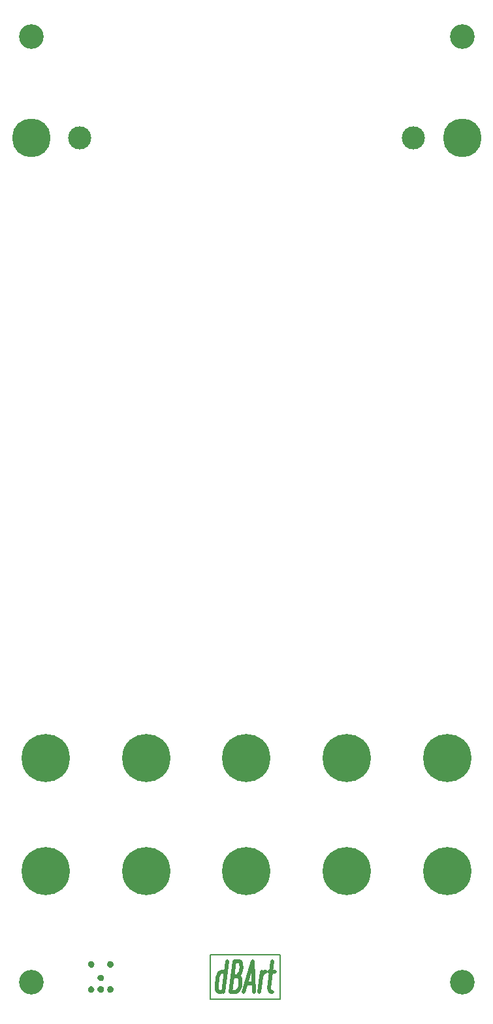
<source format=gts>
%TF.GenerationSoftware,KiCad,Pcbnew,(6.0.11-0)*%
%TF.CreationDate,2025-04-13T15:34:33+02:00*%
%TF.ProjectId,rings,72696e67-732e-46b6-9963-61645f706362,rev?*%
%TF.SameCoordinates,Original*%
%TF.FileFunction,Soldermask,Top*%
%TF.FilePolarity,Negative*%
%FSLAX46Y46*%
G04 Gerber Fmt 4.6, Leading zero omitted, Abs format (unit mm)*
G04 Created by KiCad (PCBNEW (6.0.11-0)) date 2025-04-13 15:34:33*
%MOMM*%
%LPD*%
G01*
G04 APERTURE LIST*
%ADD10C,0.200000*%
%ADD11C,0.500000*%
%ADD12C,0.010000*%
%ADD13C,6.250000*%
%ADD14C,3.000000*%
%ADD15C,5.000000*%
%ADD16C,3.200000*%
G04 APERTURE END LIST*
D10*
X-4675000Y-57725000D02*
X4400000Y-57725000D01*
X4400000Y-57725000D02*
X4400000Y-63400000D01*
X4400000Y-63400000D02*
X-4675000Y-63400000D01*
X-4675000Y-63400000D02*
X-4675000Y-57725000D01*
D11*
X-2997738Y-62534523D02*
X-2497738Y-58534523D01*
X-2973928Y-62344047D02*
X-3188214Y-62534523D01*
X-3569166Y-62534523D01*
X-3735833Y-62344047D01*
X-3807261Y-62153571D01*
X-3854880Y-61772619D01*
X-3712023Y-60629761D01*
X-3569166Y-60248809D01*
X-3450119Y-60058333D01*
X-3235833Y-59867857D01*
X-2854880Y-59867857D01*
X-2688214Y-60058333D01*
X-1116785Y-60439285D02*
X-854880Y-60629761D01*
X-783452Y-60820238D01*
X-735833Y-61201190D01*
X-807261Y-61772619D01*
X-950119Y-62153571D01*
X-1069166Y-62344047D01*
X-1283452Y-62534523D01*
X-2045357Y-62534523D01*
X-1545357Y-58534523D01*
X-878690Y-58534523D01*
X-712023Y-58725000D01*
X-640595Y-58915476D01*
X-592976Y-59296428D01*
X-640595Y-59677380D01*
X-783452Y-60058333D01*
X-902500Y-60248809D01*
X-1116785Y-60439285D01*
X-1783452Y-60439285D01*
X2261Y-61391666D02*
X954642Y-61391666D01*
X-331071Y-62534523D02*
X835595Y-58534523D01*
X1002261Y-62534523D01*
X1668928Y-62534523D02*
X2002261Y-59867857D01*
X1907023Y-60629761D02*
X2049880Y-60248809D01*
X2168928Y-60058333D01*
X2383214Y-59867857D01*
X2573690Y-59867857D01*
X2954642Y-59867857D02*
X3716547Y-59867857D01*
X3407023Y-58534523D02*
X2978452Y-61963095D01*
X3026071Y-62344047D01*
X3192738Y-62534523D01*
X3383214Y-62534523D01*
%TO.C,G\u002A\u002A\u002A*%
G36*
X-19975390Y-61804254D02*
G01*
X-19959447Y-61811958D01*
X-19868686Y-61879109D01*
X-19806780Y-61968735D01*
X-19773640Y-62072420D01*
X-19769175Y-62181746D01*
X-19793298Y-62288297D01*
X-19845918Y-62383655D01*
X-19926947Y-62459402D01*
X-19966550Y-62481967D01*
X-20073201Y-62516549D01*
X-20184525Y-62524067D01*
X-20284702Y-62504012D01*
X-20309369Y-62492987D01*
X-20396824Y-62436756D01*
X-20457331Y-62368088D01*
X-20491858Y-62304083D01*
X-20526638Y-62184135D01*
X-20519308Y-62065343D01*
X-20491661Y-61986583D01*
X-20421807Y-61880070D01*
X-20329225Y-61806603D01*
X-20219944Y-61768160D01*
X-20099989Y-61766718D01*
X-19975390Y-61804254D01*
G37*
D12*
X-19975390Y-61804254D02*
X-19959447Y-61811958D01*
X-19868686Y-61879109D01*
X-19806780Y-61968735D01*
X-19773640Y-62072420D01*
X-19769175Y-62181746D01*
X-19793298Y-62288297D01*
X-19845918Y-62383655D01*
X-19926947Y-62459402D01*
X-19966550Y-62481967D01*
X-20073201Y-62516549D01*
X-20184525Y-62524067D01*
X-20284702Y-62504012D01*
X-20309369Y-62492987D01*
X-20396824Y-62436756D01*
X-20457331Y-62368088D01*
X-20491858Y-62304083D01*
X-20526638Y-62184135D01*
X-20519308Y-62065343D01*
X-20491661Y-61986583D01*
X-20421807Y-61880070D01*
X-20329225Y-61806603D01*
X-20219944Y-61768160D01*
X-20099989Y-61766718D01*
X-19975390Y-61804254D01*
G36*
X-18791620Y-61776378D02*
G01*
X-18716745Y-61803906D01*
X-18621312Y-61873725D01*
X-18555904Y-61965107D01*
X-18520607Y-62069928D01*
X-18515506Y-62180064D01*
X-18540686Y-62287393D01*
X-18596234Y-62383791D01*
X-18682235Y-62461134D01*
X-18709645Y-62477147D01*
X-18817057Y-62515343D01*
X-18930113Y-62524253D01*
X-19033671Y-62503277D01*
X-19060583Y-62491086D01*
X-19146012Y-62436894D01*
X-19204405Y-62373976D01*
X-19243024Y-62304083D01*
X-19276099Y-62184711D01*
X-19269932Y-62064809D01*
X-19226663Y-61952789D01*
X-19148430Y-61857060D01*
X-19124318Y-61837160D01*
X-19024411Y-61785672D01*
X-18908709Y-61765019D01*
X-18791620Y-61776378D01*
G37*
X-18791620Y-61776378D02*
X-18716745Y-61803906D01*
X-18621312Y-61873725D01*
X-18555904Y-61965107D01*
X-18520607Y-62069928D01*
X-18515506Y-62180064D01*
X-18540686Y-62287393D01*
X-18596234Y-62383791D01*
X-18682235Y-62461134D01*
X-18709645Y-62477147D01*
X-18817057Y-62515343D01*
X-18930113Y-62524253D01*
X-19033671Y-62503277D01*
X-19060583Y-62491086D01*
X-19146012Y-62436894D01*
X-19204405Y-62373976D01*
X-19243024Y-62304083D01*
X-19276099Y-62184711D01*
X-19269932Y-62064809D01*
X-19226663Y-61952789D01*
X-19148430Y-61857060D01*
X-19124318Y-61837160D01*
X-19024411Y-61785672D01*
X-18908709Y-61765019D01*
X-18791620Y-61776378D01*
G36*
X-17557104Y-61774397D02*
G01*
X-17450826Y-61812346D01*
X-17363157Y-61878322D01*
X-17338103Y-61908845D01*
X-17286043Y-62016335D01*
X-17267399Y-62137326D01*
X-17282134Y-62259378D01*
X-17330210Y-62370047D01*
X-17339518Y-62383809D01*
X-17415067Y-62455811D01*
X-17514725Y-62502857D01*
X-17626892Y-62522729D01*
X-17739968Y-62513209D01*
X-17832291Y-62478038D01*
X-17928715Y-62401651D01*
X-17992964Y-62305009D01*
X-18024441Y-62196051D01*
X-18022548Y-62082719D01*
X-17986685Y-61972953D01*
X-17916255Y-61874695D01*
X-17880217Y-61841956D01*
X-17782538Y-61787877D01*
X-17671255Y-61765798D01*
X-17557104Y-61774397D01*
G37*
X-17557104Y-61774397D02*
X-17450826Y-61812346D01*
X-17363157Y-61878322D01*
X-17338103Y-61908845D01*
X-17286043Y-62016335D01*
X-17267399Y-62137326D01*
X-17282134Y-62259378D01*
X-17330210Y-62370047D01*
X-17339518Y-62383809D01*
X-17415067Y-62455811D01*
X-17514725Y-62502857D01*
X-17626892Y-62522729D01*
X-17739968Y-62513209D01*
X-17832291Y-62478038D01*
X-17928715Y-62401651D01*
X-17992964Y-62305009D01*
X-18024441Y-62196051D01*
X-18022548Y-62082719D01*
X-17986685Y-61972953D01*
X-17916255Y-61874695D01*
X-17880217Y-61841956D01*
X-17782538Y-61787877D01*
X-17671255Y-61765798D01*
X-17557104Y-61774397D01*
G36*
X-18817615Y-60272767D02*
G01*
X-18718814Y-60305335D01*
X-18624462Y-60372078D01*
X-18559201Y-60461395D01*
X-18523112Y-60565032D01*
X-18516274Y-60674736D01*
X-18538767Y-60782251D01*
X-18590672Y-60879324D01*
X-18672067Y-60957699D01*
X-18712272Y-60981646D01*
X-18810434Y-61013331D01*
X-18922223Y-61021575D01*
X-19027484Y-61005685D01*
X-19060583Y-60993620D01*
X-19149366Y-60932932D01*
X-19221040Y-60843373D01*
X-19267867Y-60737357D01*
X-19282368Y-60637888D01*
X-19269181Y-60558422D01*
X-19236146Y-60470889D01*
X-19191669Y-60394713D01*
X-19163340Y-60362849D01*
X-19060185Y-60298140D01*
X-18941269Y-60267637D01*
X-18817615Y-60272767D01*
G37*
X-18817615Y-60272767D02*
X-18718814Y-60305335D01*
X-18624462Y-60372078D01*
X-18559201Y-60461395D01*
X-18523112Y-60565032D01*
X-18516274Y-60674736D01*
X-18538767Y-60782251D01*
X-18590672Y-60879324D01*
X-18672067Y-60957699D01*
X-18712272Y-60981646D01*
X-18810434Y-61013331D01*
X-18922223Y-61021575D01*
X-19027484Y-61005685D01*
X-19060583Y-60993620D01*
X-19149366Y-60932932D01*
X-19221040Y-60843373D01*
X-19267867Y-60737357D01*
X-19282368Y-60637888D01*
X-19269181Y-60558422D01*
X-19236146Y-60470889D01*
X-19191669Y-60394713D01*
X-19163340Y-60362849D01*
X-19060185Y-60298140D01*
X-18941269Y-60267637D01*
X-18817615Y-60272767D01*
G36*
X-19987405Y-58548930D02*
G01*
X-19887545Y-58611821D01*
X-19812310Y-58697304D01*
X-19800656Y-58717803D01*
X-19779284Y-58788236D01*
X-19770670Y-58880117D01*
X-19775301Y-58974379D01*
X-19792243Y-59048330D01*
X-19849800Y-59144077D01*
X-19936187Y-59217422D01*
X-20041681Y-59263444D01*
X-20156556Y-59277223D01*
X-20226218Y-59267900D01*
X-20345446Y-59219754D01*
X-20438561Y-59141129D01*
X-20500954Y-59037225D01*
X-20526812Y-58928744D01*
X-20518616Y-58807598D01*
X-20473995Y-58697628D01*
X-20398701Y-58606403D01*
X-20298488Y-58541491D01*
X-20212245Y-58514950D01*
X-20099702Y-58514636D01*
X-19987405Y-58548930D01*
G37*
X-19987405Y-58548930D02*
X-19887545Y-58611821D01*
X-19812310Y-58697304D01*
X-19800656Y-58717803D01*
X-19779284Y-58788236D01*
X-19770670Y-58880117D01*
X-19775301Y-58974379D01*
X-19792243Y-59048330D01*
X-19849800Y-59144077D01*
X-19936187Y-59217422D01*
X-20041681Y-59263444D01*
X-20156556Y-59277223D01*
X-20226218Y-59267900D01*
X-20345446Y-59219754D01*
X-20438561Y-59141129D01*
X-20500954Y-59037225D01*
X-20526812Y-58928744D01*
X-20518616Y-58807598D01*
X-20473995Y-58697628D01*
X-20398701Y-58606403D01*
X-20298488Y-58541491D01*
X-20212245Y-58514950D01*
X-20099702Y-58514636D01*
X-19987405Y-58548930D01*
G36*
X-17513823Y-58535131D02*
G01*
X-17409429Y-58594724D01*
X-17397702Y-58604257D01*
X-17317748Y-58695184D01*
X-17274930Y-58804034D01*
X-17265952Y-58896788D01*
X-17284679Y-59024108D01*
X-17338544Y-59130036D01*
X-17424078Y-59210538D01*
X-17537808Y-59261581D01*
X-17589500Y-59272702D01*
X-17645014Y-59278741D01*
X-17682429Y-59277991D01*
X-17684750Y-59277382D01*
X-17719941Y-59267876D01*
X-17763737Y-59257629D01*
X-17838634Y-59223550D01*
X-17913074Y-59160488D01*
X-17975051Y-59080187D01*
X-18003412Y-59023152D01*
X-18029363Y-58905388D01*
X-18018938Y-58795905D01*
X-17977875Y-58698672D01*
X-17911913Y-58617657D01*
X-17826789Y-58556827D01*
X-17728241Y-58520150D01*
X-17622006Y-58511596D01*
X-17513823Y-58535131D01*
G37*
X-17513823Y-58535131D02*
X-17409429Y-58594724D01*
X-17397702Y-58604257D01*
X-17317748Y-58695184D01*
X-17274930Y-58804034D01*
X-17265952Y-58896788D01*
X-17284679Y-59024108D01*
X-17338544Y-59130036D01*
X-17424078Y-59210538D01*
X-17537808Y-59261581D01*
X-17589500Y-59272702D01*
X-17645014Y-59278741D01*
X-17682429Y-59277991D01*
X-17684750Y-59277382D01*
X-17719941Y-59267876D01*
X-17763737Y-59257629D01*
X-17838634Y-59223550D01*
X-17913074Y-59160488D01*
X-17975051Y-59080187D01*
X-18003412Y-59023152D01*
X-18029363Y-58905388D01*
X-18018938Y-58795905D01*
X-17977875Y-58698672D01*
X-17911913Y-58617657D01*
X-17826789Y-58556827D01*
X-17728241Y-58520150D01*
X-17622006Y-58511596D01*
X-17513823Y-58535131D01*
%TD*%
D13*
%TO.C,*%
X26036206Y-46833070D03*
%TD*%
%TO.C,*%
X13032939Y-46833070D03*
%TD*%
%TO.C,*%
X29674Y-46833070D03*
%TD*%
%TO.C,*%
X-12971001Y-46833070D03*
%TD*%
%TO.C,*%
X-25972723Y-46833070D03*
%TD*%
%TO.C,*%
X26036206Y-32231453D03*
%TD*%
%TO.C,*%
X13032939Y-32231453D03*
%TD*%
%TO.C,*%
X29674Y-32231453D03*
%TD*%
%TO.C,*%
X-12971001Y-32231453D03*
%TD*%
%TO.C,*%
X-25972723Y-32231453D03*
%TD*%
D14*
%TO.C,*%
X21634719Y48127039D03*
%TD*%
%TO.C,*%
X-21573993Y48127039D03*
%TD*%
D15*
%TO.C,*%
X27979999Y48127039D03*
%TD*%
%TO.C,*%
X-27900002Y48127039D03*
%TD*%
D16*
%TO.C,*%
X-27900002Y61250000D03*
%TD*%
%TO.C,*%
X27979999Y61250000D03*
%TD*%
%TO.C,*%
X-27900002Y-61250000D03*
%TD*%
%TO.C,*%
X27979999Y-61250000D03*
%TD*%
M02*

</source>
